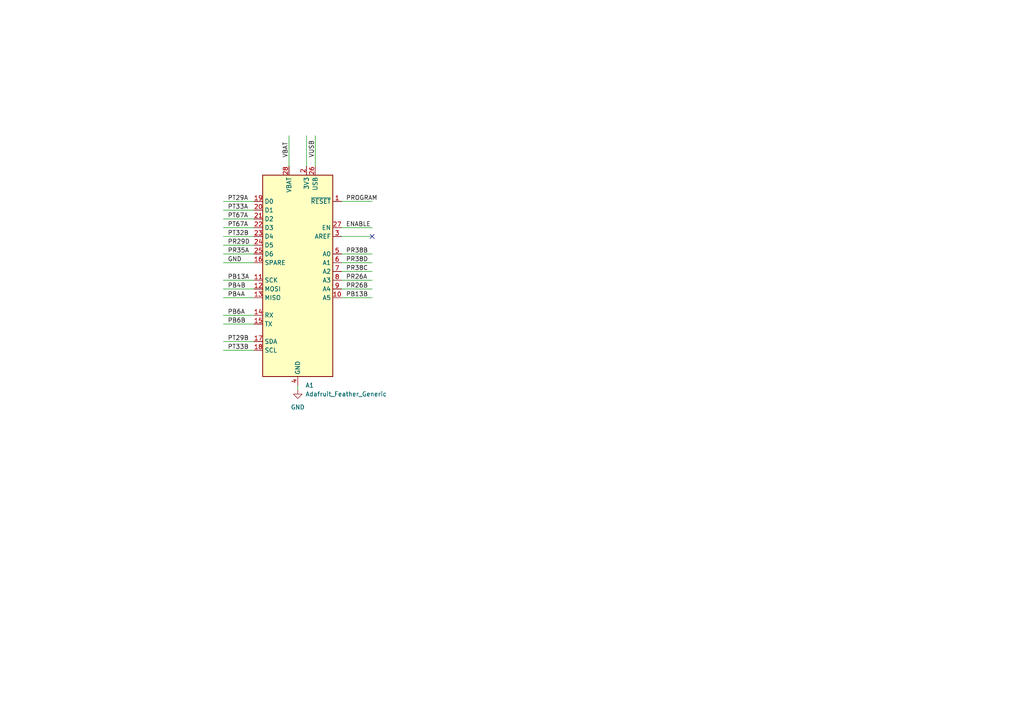
<source format=kicad_sch>
(kicad_sch (version 20230121) (generator eeschema)
  (paper "A4")
  (lib_symbols
    (symbol "MCU_Module:Adafruit_Feather_Generic"
      (property "Reference" "A" (at -10.16 29.21 0))
      (property "Value" "Adafruit_Feather_Generic" (at 2.54 -31.75 0))
      (symbol "Adafruit_Feather_Generic_0_1"
        (rectangle (start -10.16 27.94) (end 10.16 -30.48) (stroke (width 0.254)) (fill (type background)))
      )
      (symbol "Adafruit_Feather_Generic_1_1"
        (pin input line (at 12.7 20.32 180) (length 2.54) (name "~{RESET}") (number "1"))
        (pin bidirectional line (at 12.7 -7.62 180) (length 2.54) (name "A5") (number "10"))
        (pin bidirectional line (at -12.7 -2.54 0) (length 2.54) (name "SCK") (number "11"))
        (pin bidirectional line (at -12.7 -5.08 0) (length 2.54) (name "MOSI") (number "12"))
        (pin bidirectional line (at -12.7 -7.62 0) (length 2.54) (name "MISO") (number "13"))
        (pin bidirectional line (at -12.7 -12.7 0) (length 2.54) (name "RX") (number "14"))
        (pin bidirectional line (at -12.7 -15.24 0) (length 2.54) (name "TX") (number "15"))
        (pin bidirectional line (at -12.7 2.54 0) (length 2.54) (name "SPARE") (number "16"))
        (pin bidirectional line (at -12.7 -20.32 0) (length 2.54) (name "SDA") (number "17"))
        (pin bidirectional line (at -12.7 -22.86 0) (length 2.54) (name "SCL") (number "18"))
        (pin bidirectional line (at -12.7 20.32 0) (length 2.54) (name "D0") (number "19"))
        (pin power_in line (at 2.54 30.48 270) (length 2.54) (name "3V3") (number "2"))
        (pin bidirectional line (at -12.7 17.78 0) (length 2.54) (name "D1") (number "20"))
        (pin bidirectional line (at -12.7 15.24 0) (length 2.54) (name "D2") (number "21"))
        (pin bidirectional line (at -12.7 12.7 0) (length 2.54) (name "D3") (number "22"))
        (pin bidirectional line (at -12.7 10.16 0) (length 2.54) (name "D4") (number "23"))
        (pin bidirectional line (at -12.7 7.62 0) (length 2.54) (name "D5") (number "24"))
        (pin bidirectional line (at -12.7 5.08 0) (length 2.54) (name "D6") (number "25"))
        (pin power_in line (at 5.08 30.48 270) (length 2.54) (name "USB") (number "26"))
        (pin input line (at 12.7 12.7 180) (length 2.54) (name "EN") (number "27"))
        (pin power_in line (at -2.54 30.48 270) (length 2.54) (name "VBAT") (number "28"))
        (pin input line (at 12.7 10.16 180) (length 2.54) (name "AREF") (number "3"))
        (pin power_in line (at 0 -33.02 90) (length 2.54) (name "GND") (number "4"))
        (pin bidirectional line (at 12.7 5.08 180) (length 2.54) (name "A0") (number "5"))
        (pin bidirectional line (at 12.7 2.54 180) (length 2.54) (name "A1") (number "6"))
        (pin bidirectional line (at 12.7 0 180) (length 2.54) (name "A2") (number "7"))
        (pin bidirectional line (at 12.7 -2.54 180) (length 2.54) (name "A3") (number "8"))
        (pin bidirectional line (at 12.7 -5.08 180) (length 2.54) (name "A4") (number "9"))
      )
    )
    (symbol "PCM_4ms_Power-symbol:GND" (power) (pin_names (offset 0))
      (property "Value" "GND" (at 0 -3.81 0))
      (symbol "GND_0_1"
        (polyline (pts (xy 0 0) (xy 0 -1.27) (xy 1.27 -1.27) (xy 0 -2.54) (xy -1.27 -1.27) (xy 0 -1.27)))
      )
      (symbol "GND_1_1"
        (pin power_in line (at 0 0 270) (length 0) hide (name "GND") (number "1"))
      )
    )
  )
  (no_connect (at 107.95 68.58))
  (wire (pts (xy 99.06 86.36) (xy 107.95 86.36)))
  (wire (pts (xy 64.77 99.06) (xy 73.66 99.06)))
  (wire (pts (xy 64.77 63.5) (xy 73.66 63.5)))
  (wire (pts (xy 64.77 73.66) (xy 73.66 73.66)))
  (wire (pts (xy 99.06 78.74) (xy 107.95 78.74)))
  (wire (pts (xy 64.77 101.6) (xy 73.66 101.6)))
  (wire (pts (xy 64.77 83.82) (xy 73.66 83.82)))
  (wire (pts (xy 64.77 66.04) (xy 73.66 66.04)))
  (wire (pts (xy 64.77 93.98) (xy 73.66 93.98)))
  (wire (pts (xy 64.77 76.2) (xy 73.66 76.2)))
  (wire (pts (xy 99.06 68.58) (xy 107.95 68.58)))
  (wire (pts (xy 64.77 71.12) (xy 73.66 71.12)))
  (wire (pts (xy 64.77 81.28) (xy 73.66 81.28)))
  (wire (pts (xy 99.06 81.28) (xy 107.95 81.28)))
  (wire (pts (xy 83.82 39.37) (xy 83.82 48.26)))
  (wire (pts (xy 86.36 111.76) (xy 86.36 113.03)))
  (wire (pts (xy 99.06 83.82) (xy 107.95 83.82)))
  (wire (pts (xy 64.77 60.96) (xy 73.66 60.96)))
  (wire (pts (xy 91.44 39.37) (xy 91.44 48.26)))
  (wire (pts (xy 99.06 76.2) (xy 107.95 76.2)))
  (wire (pts (xy 64.77 68.58) (xy 73.66 68.58)))
  (wire (pts (xy 88.9 39.37) (xy 88.9 48.26)))
  (wire (pts (xy 99.06 58.42) (xy 107.95 58.42)))
  (wire (pts (xy 99.06 66.04) (xy 107.95 66.04)))
  (wire (pts (xy 99.06 73.66) (xy 107.95 73.66)))
  (wire (pts (xy 64.77 91.44) (xy 73.66 91.44)))
  (wire (pts (xy 64.77 58.42) (xy 73.66 58.42)))
  (wire (pts (xy 64.77 86.36) (xy 73.66 86.36)))
  (label "PR29D" (at 66.04 71.12 0))
  (label "VUSB" (at 91.44 45.72 90))
  (label "PT67A" (at 66.04 66.04 0))
  (label "PB4B" (at 66.04 83.82 0))
  (label "PB13B" (at 100.33 86.36 0))
  (label "PB6A" (at 66.04 91.44 0))
  (label "PR26B" (at 100.33 83.82 0))
  (label "GND" (at 66.04 76.2 0))
  (label "PR38C" (at 100.33 78.74 0))
  (label "PB13A" (at 66.04 81.28 0))
  (label "PT33A" (at 66.04 60.96 0))
  (label "PT29B" (at 66.04 99.06 0))
  (label "PR38B" (at 100.33 73.66 0))
  (label "PR38D" (at 100.33 76.2 0))
  (label "PROGRAM" (at 100.33 58.42 0))
  (label "PT33B" (at 66.04 101.6 0))
  (label "PT32B" (at 66.04 68.58 0))
  (label "PB4A" (at 66.04 86.36 0))
  (label "PT29A" (at 66.04 58.42 0))
  (label "VBAT" (at 83.82 45.72 90))
  (label "ENABLE" (at 100.33 66.04 0))
  (label "PR35A" (at 66.04 73.66 0))
  (label "PB6B" (at 66.04 93.98 0))
  (label "PT67A" (at 66.04 63.5 0))
  (label "PR26A" (at 100.33 81.28 0))
  (symbol (lib_id "MCU_Module:Adafruit_Feather_Generic") (at 86.36 78.74 0) (unit 1)
    (property "Reference" "A1" (at 88.5541 111.76 0) (effects (justify left)))
    (property "Value" "Adafruit_Feather_Generic" (at 88.5541 114.3 0) (effects (justify left)))
    (property "Footprint" "Module:Adafruit_Feather" (effects hide))
    (property "Datasheet" "https://cdn-learn.adafruit.com/downloads/pdf/adafruit-feather.pdf" (effects hide))
  )
  (symbol (lib_id "PCM_4ms_Power-symbol:GND") (at 86.36 113.03 0) (unit 1)
    (property "Reference" "#PWR01" (effects hide))
    (property "Value" "GND" (at 86.36 118.11 0))
  )
)
</source>
